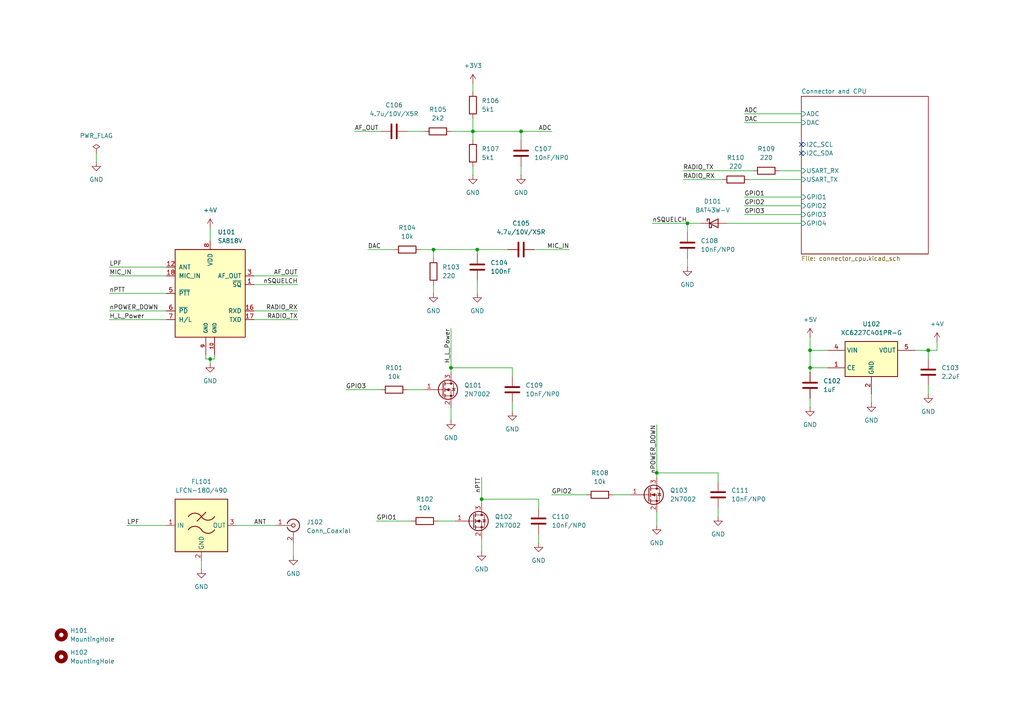
<source format=kicad_sch>
(kicad_sch (version 20250114) (generator "eeschema") (generator_version "9.0")
  (paper "A4")
  (title_block (title "FM Module") (rev "<<HASH>>") (company "Amateurfunkclub für Remote Stationen"))
  (lib_symbols
    (symbol "Connector:Conn_Coaxial" (pin_names (offset 1.016) (hide yes))
      (property "Reference" "J" (at 0.254 3.048 0))
      (property "Value" "Conn_Coaxial" (at 2.921 0 90))
      (symbol "Conn_Coaxial_0_1"
        (polyline (pts (xy -2.54 0) (xy -0.508 0)))
        (arc (start 1.778 0) (mid 0.222 -1.8079) (end -1.778 -0.508) (stroke (width 0.254)))
        (arc (start -1.778 0.508) (mid 0.2221 1.8084) (end 1.778 0) (stroke (width 0.254)))
        (circle (center 0 0) (radius 0.508) (stroke (width 0.2032)))
        (polyline (pts (xy 0 -2.54) (xy 0 -1.778)))
      )
      (symbol "Conn_Coaxial_1_1"
        (pin passive line (at -5.08 0 0) (length 2.54) (name "In") (number "1"))
        (pin passive line (at 0 -5.08 90) (length 2.54) (name "Ext") (number "2"))
      )
    )
    (symbol "DRA818:SA818V" (pin_names (offset 1.016))
      (property "Reference" "U" (at -10.1661 11.9459 0))
      (property "Value" "SA818V" (at -10.414 -14.478 0))
      (symbol "SA818V_0_0"
        (rectangle (start -10.16 12.7) (end 10.16 -12.7) (stroke (width 0.254)) (fill (type background)))
      )
      (symbol "SA818V_1_0"
        (pin passive line (at -12.7 7.62 0) (length 2.54) (name "ANT") (number "12"))
        (pin input line (at -12.7 5.08 0) (length 2.54) (name "MIC_IN") (number "18"))
        (pin input line (at -12.7 0 0) (length 2.54) (name "~{PTT}") (number "5"))
        (pin input line (at -12.7 -5.08 0) (length 2.54) (name "~{PD}") (number "6"))
        (pin input line (at -12.7 -7.62 0) (length 2.54) (name "H/L") (number "7"))
        (pin power_in line (at -1.27 -17.78 90) (length 5.08) (name "GND") (number "9"))
        (pin power_in line (at 0 15.24 270) (length 2.54) (name "VDD") (number "8"))
        (pin power_in line (at 1.27 -17.78 90) (length 5.08) (name "GND") (number "10"))
        (pin output line (at 12.7 5.08 180) (length 2.54) (name "AF_OUT") (number "3"))
        (pin output line (at 12.7 2.54 180) (length 2.54) (name "~{SQ}") (number "1"))
        (pin input line (at 12.7 -5.08 180) (length 2.54) (name "RXD") (number "16"))
        (pin output line (at 12.7 -7.62 180) (length 2.54) (name "TXD") (number "17"))
      )
    )
    (symbol "Device:C" (pin_numbers (hide yes)) (pin_names (offset 0.254))
      (property "Reference" "C" (at 0.635 2.54 0))
      (property "Value" "C" (at 0.635 -2.54 0))
      (symbol "C_0_1"
        (polyline (pts (xy -2.032 0.762) (xy 2.032 0.762)) (stroke (width 0.508)))
        (polyline (pts (xy -2.032 -0.762) (xy 2.032 -0.762)) (stroke (width 0.508)))
      )
      (symbol "C_1_1"
        (pin passive line (at 0 3.81 270) (length 2.794) (name "~") (number "1"))
        (pin passive line (at 0 -3.81 90) (length 2.794) (name "~") (number "2"))
      )
    )
    (symbol "Device:R" (pin_numbers (hide yes)) (pin_names (offset 0))
      (property "Reference" "R" (at 2.032 0 90))
      (property "Value" "R" (at 0 0 90))
      (symbol "R_0_1"
        (rectangle (start -1.016 -2.54) (end 1.016 2.54) (stroke (width 0.254)))
      )
      (symbol "R_1_1"
        (pin passive line (at 0 3.81 270) (length 1.27) (name "~") (number "1"))
        (pin passive line (at 0 -3.81 90) (length 1.27) (name "~") (number "2"))
      )
    )
    (symbol "Diode:BAT43W-V" (pin_numbers (hide yes)) (pin_names (offset 1.016) (hide yes))
      (property "Reference" "D" (at 0 2.54 0))
      (property "Value" "BAT43W-V" (at 0 -2.54 0))
      (symbol "BAT43W-V_0_1"
        (polyline (pts (xy -1.905 0.635) (xy -1.905 1.27) (xy -1.27 1.27) (xy -1.27 -1.27) (xy -0.635 -1.27) (xy -0.635 -0.635)) (stroke (width 0.254)))
        (polyline (pts (xy 1.27 1.27) (xy 1.27 -1.27) (xy -1.27 0) (xy 1.27 1.27)) (stroke (width 0.254)))
        (polyline (pts (xy 1.27 0) (xy -1.27 0)))
      )
      (symbol "BAT43W-V_1_1"
        (pin passive line (at -3.81 0 0) (length 2.54) (name "K") (number "1"))
        (pin passive line (at 3.81 0 180) (length 2.54) (name "A") (number "2"))
      )
    )
    (symbol "Mechanical:MountingHole" (pin_names (offset 1.016)) (exclude_from_sim yes) (in_bom no)
      (property "Reference" "H" (at 0 5.08 0))
      (property "Value" "MountingHole" (at 0 3.175 0))
      (symbol "MountingHole_0_1"
        (circle (center 0 0) (radius 1.27) (stroke (width 1.27)))
      )
    )
    (symbol "RF_Filter:LFCN-160"
      (property "Reference" "FL" (at 0 10.795 0))
      (property "Value" "LFCN-160" (at 0 8.89 0))
      (symbol "LFCN-160_0_1"
        (rectangle (start -7.62 7.62) (end 7.62 -7.62) (stroke (width 0.254)) (fill (type background)))
        (arc (start -3.81 2.54) (mid -1.905 3.5595) (end 0 2.54) (stroke (width 0.254)))
        (arc (start -3.81 -1.27) (mid -1.905 -0.2505) (end 0 -1.27) (stroke (width 0.254)))
        (polyline (pts (xy -1.27 1.27) (xy 1.27 3.81)) (stroke (width 0.254)))
        (arc (start 3.81 2.54) (mid 1.905 1.5205) (end 0 2.54) (stroke (width 0.254)))
        (arc (start 3.81 -1.27) (mid 1.905 -2.2895) (end 0 -1.27) (stroke (width 0.254)))
      )
      (symbol "LFCN-160_1_1"
        (pin passive line (at -10.16 0 0) (length 2.54) (name "IN") (number "1"))
        (pin passive line (at 0 -10.16 90) (length 2.54) (name "GND") (number "2"))
        (pin passive line (at 0 -10.16 90) (length 2.54) (hide yes) (name "GND") (number "4"))
        (pin passive line (at 10.16 0 180) (length 2.54) (name "OUT") (number "3"))
      )
    )
    (symbol "Regulator_Linear:XC6220B331MR"
      (property "Reference" "U102" (at 0 10.16 0))
      (property "Value" "XC6227C401PR-G" (at 0 7.62 0))
      (symbol "XC6220B331MR_0_1"
        (rectangle (start -7.62 5.08) (end 7.62 -5.08) (stroke (width 0.254)) (fill (type background)))
      )
      (symbol "XC6220B331MR_1_1"
        (pin power_in line (at -12.7 2.54 0) (length 5.08) (name "VIN") (number "4"))
        (pin input line (at -12.7 -2.54 0) (length 5.08) (name "CE") (number "1"))
        (pin power_in line (at 0 -10.16 90) (length 5.08) (name "GND") (number "2"))
        (pin no_connect line (at 7.62 -2.54 180) (length 5.08) (hide yes) (name "NC") (number "3"))
        (pin power_out line (at 12.7 2.54 180) (length 5.08) (name "VOUT") (number "5"))
      )
    )
    (symbol "Transistor_FET:2N7002" (pin_names (hide yes))
      (property "Reference" "Q" (at 5.08 1.905 0))
      (property "Value" "2N7002" (at 5.08 0 0))
      (symbol "2N7002_0_1"
        (polyline (pts (xy 0.254 1.905) (xy 0.254 -1.905)) (stroke (width 0.254)))
        (polyline (pts (xy 0.254 0) (xy -2.54 0)))
        (polyline (pts (xy 0.762 2.286) (xy 0.762 1.27)) (stroke (width 0.254)))
        (polyline (pts (xy 0.762 0.508) (xy 0.762 -0.508)) (stroke (width 0.254)))
        (polyline (pts (xy 0.762 -1.27) (xy 0.762 -2.286)) (stroke (width 0.254)))
        (polyline (pts (xy 0.762 -1.778) (xy 3.302 -1.778) (xy 3.302 1.778) (xy 0.762 1.778)))
        (polyline (pts (xy 1.016 0) (xy 2.032 0.381) (xy 2.032 -0.381) (xy 1.016 0)) (fill (type outline)))
        (circle (center 1.651 0) (radius 2.794) (stroke (width 0.254)))
        (polyline (pts (xy 2.54 2.54) (xy 2.54 1.778)))
        (circle (center 2.54 1.778) (radius 0.254) (fill (type outline)))
        (circle (center 2.54 -1.778) (radius 0.254) (fill (type outline)))
        (polyline (pts (xy 2.54 -2.54) (xy 2.54 0) (xy 0.762 0)))
        (polyline (pts (xy 2.794 0.508) (xy 2.921 0.381) (xy 3.683 0.381) (xy 3.81 0.254)))
        (polyline (pts (xy 3.302 0.381) (xy 2.921 -0.254) (xy 3.683 -0.254) (xy 3.302 0.381)))
      )
      (symbol "2N7002_1_1"
        (pin input line (at -5.08 0 0) (length 2.54) (name "G") (number "1"))
        (pin passive line (at 2.54 5.08 270) (length 2.54) (name "D") (number "3"))
        (pin passive line (at 2.54 -5.08 90) (length 2.54) (name "S") (number "2"))
      )
    )
    (symbol "power:+3V3" (power) (pin_numbers (hide yes)) (pin_names (offset 0) (hide yes))
      (property "Value" "+3V3" (at 0 3.556 0))
      (symbol "+3V3_0_1"
        (polyline (pts (xy -0.762 1.27) (xy 0 2.54)))
        (polyline (pts (xy 0 2.54) (xy 0.762 1.27)))
        (polyline (pts (xy 0 0) (xy 0 2.54)))
      )
      (symbol "+3V3_1_1"
        (pin power_in line (at 0 0 90) (length 0) (name "~") (number "1"))
      )
    )
    (symbol "power:+4V" (power) (pin_numbers (hide yes)) (pin_names (offset 0) (hide yes))
      (property "Value" "+4V" (at 0 3.556 0))
      (symbol "+4V_0_1"
        (polyline (pts (xy -0.762 1.27) (xy 0 2.54)))
        (polyline (pts (xy 0 2.54) (xy 0.762 1.27)))
        (polyline (pts (xy 0 0) (xy 0 2.54)))
      )
      (symbol "+4V_1_1"
        (pin power_in line (at 0 0 90) (length 0) (name "~") (number "1"))
      )
    )
    (symbol "power:+5V" (power) (pin_numbers (hide yes)) (pin_names (offset 0) (hide yes))
      (property "Value" "+5V" (at 0 3.556 0))
      (symbol "+5V_0_1"
        (polyline (pts (xy -0.762 1.27) (xy 0 2.54)))
        (polyline (pts (xy 0 2.54) (xy 0.762 1.27)))
        (polyline (pts (xy 0 0) (xy 0 2.54)))
      )
      (symbol "+5V_1_1"
        (pin power_in line (at 0 0 90) (length 0) (name "~") (number "1"))
      )
    )
    (symbol "power:GND" (power) (pin_numbers (hide yes)) (pin_names (offset 0) (hide yes))
      (property "Value" "GND" (at 0 -3.81 0))
      (symbol "GND_0_1"
        (polyline (pts (xy 0 0) (xy 0 -1.27) (xy 1.27 -1.27) (xy 0 -2.54) (xy -1.27 -1.27) (xy 0 -1.27)))
      )
      (symbol "GND_1_1"
        (pin power_in line (at 0 0 270) (length 0) (name "~") (number "1"))
      )
    )
    (symbol "power:PWR_FLAG" (power) (pin_numbers (hide yes)) (pin_names (offset 0) (hide yes))
      (property "Value" "PWR_FLAG" (at 0 3.81 0))
      (symbol "PWR_FLAG_0_0"
        (pin power_out line (at 0 0 90) (length 0) (name "~") (number "1"))
      )
      (symbol "PWR_FLAG_0_1"
        (polyline (pts (xy 0 0) (xy 0 1.27) (xy -1.016 1.905) (xy 0 2.54) (xy 1.016 1.905) (xy 0 1.27)))
      )
    )
  )
  (junction (at 137.16 38.1))
  (junction (at 234.95 106.68))
  (junction (at 60.96 104.14))
  (junction (at 125.73 72.39))
  (junction (at 199.39 64.77))
  (junction (at 151.13 38.1))
  (junction (at 139.7 144.78))
  (junction (at 138.43 72.39))
  (junction (at 130.81 106.68))
  (junction (at 269.24 101.6))
  (junction (at 190.5 137.16))
  (junction (at 234.95 101.6))
  (no_connect (at 232.41 41.91))
  (no_connect (at 232.41 44.45))
  (wire (pts (xy 73.66 90.17) (xy 86.36 90.17)))
  (wire (pts (xy 60.96 104.14) (xy 62.23 104.14)))
  (wire (pts (xy 31.75 80.01) (xy 48.26 80.01)))
  (wire (pts (xy 156.21 147.32) (xy 156.21 144.78)))
  (wire (pts (xy 139.7 144.78) (xy 139.7 146.05)))
  (wire (pts (xy 137.16 38.1) (xy 151.13 38.1)))
  (wire (pts (xy 215.9 57.15) (xy 232.41 57.15)))
  (wire (pts (xy 240.03 101.6) (xy 234.95 101.6)))
  (wire (pts (xy 137.16 48.26) (xy 137.16 50.8)))
  (wire (pts (xy 31.75 77.47) (xy 48.26 77.47)))
  (wire (pts (xy 234.95 115.57) (xy 234.95 118.11)))
  (wire (pts (xy 190.5 123.19) (xy 190.5 137.16)))
  (wire (pts (xy 151.13 40.64) (xy 151.13 38.1)))
  (wire (pts (xy 138.43 72.39) (xy 138.43 73.66)))
  (wire (pts (xy 269.24 101.6) (xy 269.24 104.14)))
  (wire (pts (xy 137.16 24.13) (xy 137.16 26.67)))
  (wire (pts (xy 208.28 139.7) (xy 208.28 137.16)))
  (wire (pts (xy 137.16 38.1) (xy 137.16 40.64)))
  (wire (pts (xy 190.5 137.16) (xy 208.28 137.16)))
  (wire (pts (xy 60.96 66.04) (xy 60.96 69.85)))
  (wire (pts (xy 154.94 72.39) (xy 165.1 72.39)))
  (wire (pts (xy 199.39 74.93) (xy 199.39 77.47)))
  (wire (pts (xy 269.24 101.6) (xy 271.78 101.6)))
  (wire (pts (xy 198.12 49.53) (xy 218.44 49.53)))
  (wire (pts (xy 215.9 35.56) (xy 232.41 35.56)))
  (wire (pts (xy 73.66 80.01) (xy 86.36 80.01)))
  (wire (pts (xy 215.9 59.69) (xy 232.41 59.69)))
  (wire (pts (xy 125.73 72.39) (xy 125.73 74.93)))
  (wire (pts (xy 234.95 106.68) (xy 234.95 107.95)))
  (wire (pts (xy 199.39 64.77) (xy 199.39 67.31)))
  (wire (pts (xy 189.23 64.77) (xy 199.39 64.77)))
  (wire (pts (xy 100.33 113.03) (xy 110.49 113.03)))
  (wire (pts (xy 215.9 62.23) (xy 232.41 62.23)))
  (wire (pts (xy 68.58 152.4) (xy 80.01 152.4)))
  (wire (pts (xy 240.03 106.68) (xy 234.95 106.68)))
  (wire (pts (xy 130.81 95.25) (xy 130.81 106.68)))
  (wire (pts (xy 190.5 148.59) (xy 190.5 152.4)))
  (wire (pts (xy 60.96 104.14) (xy 60.96 105.41)))
  (wire (pts (xy 217.17 52.07) (xy 232.41 52.07)))
  (wire (pts (xy 85.09 157.48) (xy 85.09 161.29)))
  (wire (pts (xy 234.95 101.6) (xy 234.95 97.79)))
  (wire (pts (xy 118.11 38.1) (xy 123.19 38.1)))
  (wire (pts (xy 210.82 64.77) (xy 232.41 64.77)))
  (wire (pts (xy 130.81 106.68) (xy 148.59 106.68)))
  (wire (pts (xy 59.69 104.14) (xy 60.96 104.14)))
  (wire (pts (xy 151.13 38.1) (xy 160.02 38.1)))
  (wire (pts (xy 125.73 82.55) (xy 125.73 85.09)))
  (wire (pts (xy 252.73 114.3) (xy 252.73 116.84)))
  (wire (pts (xy 156.21 154.94) (xy 156.21 157.48)))
  (wire (pts (xy 109.22 151.13) (xy 119.38 151.13)))
  (wire (pts (xy 27.94 44.45) (xy 27.94 46.99)))
  (wire (pts (xy 139.7 138.43) (xy 139.7 144.78)))
  (wire (pts (xy 160.02 143.51) (xy 170.18 143.51)))
  (wire (pts (xy 127 151.13) (xy 132.08 151.13)))
  (wire (pts (xy 118.11 113.03) (xy 123.19 113.03)))
  (wire (pts (xy 130.81 106.68) (xy 130.81 107.95)))
  (wire (pts (xy 130.81 118.11) (xy 130.81 121.92)))
  (wire (pts (xy 31.75 90.17) (xy 48.26 90.17)))
  (wire (pts (xy 125.73 72.39) (xy 138.43 72.39)))
  (wire (pts (xy 121.92 72.39) (xy 125.73 72.39)))
  (wire (pts (xy 208.28 147.32) (xy 208.28 149.86)))
  (wire (pts (xy 199.39 64.77) (xy 203.2 64.77)))
  (wire (pts (xy 177.8 143.51) (xy 182.88 143.51)))
  (wire (pts (xy 271.78 101.6) (xy 271.78 99.06)))
  (wire (pts (xy 62.23 102.87) (xy 62.23 104.14)))
  (wire (pts (xy 139.7 156.21) (xy 139.7 160.02)))
  (wire (pts (xy 190.5 137.16) (xy 190.5 138.43)))
  (wire (pts (xy 198.12 52.07) (xy 209.55 52.07)))
  (wire (pts (xy 59.69 102.87) (xy 59.69 104.14)))
  (wire (pts (xy 130.81 38.1) (xy 137.16 38.1)))
  (wire (pts (xy 226.06 49.53) (xy 232.41 49.53)))
  (wire (pts (xy 138.43 72.39) (xy 147.32 72.39)))
  (wire (pts (xy 215.9 33.02) (xy 232.41 33.02)))
  (wire (pts (xy 58.42 162.56) (xy 58.42 165.1)))
  (wire (pts (xy 269.24 111.76) (xy 269.24 114.3)))
  (wire (pts (xy 151.13 48.26) (xy 151.13 50.8)))
  (wire (pts (xy 106.68 72.39) (xy 114.3 72.39)))
  (wire (pts (xy 234.95 106.68) (xy 234.95 101.6)))
  (wire (pts (xy 138.43 81.28) (xy 138.43 85.09)))
  (wire (pts (xy 31.75 92.71) (xy 48.26 92.71)))
  (wire (pts (xy 73.66 92.71) (xy 86.36 92.71)))
  (wire (pts (xy 31.75 85.09) (xy 48.26 85.09)))
  (wire (pts (xy 36.83 152.4) (xy 48.26 152.4)))
  (wire (pts (xy 139.7 144.78) (xy 156.21 144.78)))
  (wire (pts (xy 137.16 38.1) (xy 137.16 34.29)))
  (wire (pts (xy 265.43 101.6) (xy 269.24 101.6)))
  (wire (pts (xy 148.59 116.84) (xy 148.59 119.38)))
  (wire (pts (xy 102.87 38.1) (xy 110.49 38.1)))
  (wire (pts (xy 148.59 109.22) (xy 148.59 106.68)))
  (wire (pts (xy 73.66 82.55) (xy 86.36 82.55)))
  (label "nPOWER_DOWN" (at 31.75 90.17 0))
  (label "RADIO_TX" (at 86.36 92.71 180))
  (label "RADIO_TX" (at 198.12 49.53 0))
  (label "RADIO_RX" (at 86.36 90.17 180))
  (label "H_L_Power" (at 130.81 95.25 270))
  (label "AF_OUT" (at 102.87 38.1 0))
  (label "GPIO1" (at 109.22 151.13 0))
  (label "GPIO2" (at 215.9 59.69 0))
  (label "MIC_IN" (at 165.1 72.39 180))
  (label "DAC" (at 215.9 35.56 0))
  (label "nPTT" (at 31.75 85.09 0))
  (label "nPOWER_DOWN" (at 190.5 123.19 270))
  (label "GPIO3" (at 215.9 62.23 0))
  (label "nSQUELCH" (at 86.36 82.55 180))
  (label "nSQUELCH" (at 189.23 64.77 0))
  (label "RADIO_RX" (at 198.12 52.07 0))
  (label "H_L_Power" (at 31.75 92.71 0))
  (label "GPIO3" (at 100.33 113.03 0))
  (label "AF_OUT" (at 86.36 80.01 180))
  (label "DAC" (at 106.68 72.39 0))
  (label "LPF" (at 36.83 152.4 0))
  (label "ANT" (at 73.66 152.4 0))
  (label "ADC" (at 160.02 38.1 180))
  (label "MIC_IN" (at 31.75 80.01 0))
  (label "ADC" (at 215.9 33.02 0))
  (label "LPF" (at 31.75 77.47 0))
  (label "nPTT" (at 139.7 138.43 270))
  (label "GPIO2" (at 160.02 143.51 0))
  (label "GPIO1" (at 215.9 57.15 0))
  (symbol (lib_id "power:GND") (at 27.94 46.99 0) (unit 1)
    (property "Reference" "#PWR0107" (effects (hide yes)))
    (property "Value" "GND" (at 27.94 52.07 0))
    (property "Description" "Power symbol creates a global label with name \"GND\" , ground" (effects (hide yes)))
  )
  (symbol (lib_id "power:GND") (at 148.59 119.38 0) (unit 1)
    (property "Reference" "#PWR0132" (effects (hide yes)))
    (property "Value" "GND" (at 148.59 124.46 0))
    (property "Description" "Power symbol creates a global label with name \"GND\" , ground" (effects (hide yes)))
  )
  (symbol (lib_id "power:+4V") (at 60.96 66.04 0) (unit 1)
    (property "Reference" "#PWR0113" (effects (hide yes)))
    (property "Value" "+4V" (at 60.96 60.96 0))
    (property "Description" "Power symbol creates a global label with name \"+4V\"" (effects (hide yes)))
  )
  (symbol (lib_id "Device:R") (at 123.19 151.13 90) (unit 1)
    (property "Reference" "R102" (at 123.19 144.78 90))
    (property "Value" "10k" (at 123.19 147.32 90))
    (property "Footprint" "Resistor_SMD:R_0805_2012Metric" (effects (hide yes)))
    (property "Description" "Resistor" (effects (hide yes)))
  )
  (symbol (lib_id "power:GND") (at 199.39 77.47 0) (unit 1)
    (property "Reference" "#PWR0129" (effects (hide yes)))
    (property "Value" "GND" (at 199.39 82.55 0))
    (property "Description" "Power symbol creates a global label with name \"GND\" , ground" (effects (hide yes)))
  )
  (symbol (lib_id "Device:R") (at 114.3 113.03 90) (unit 1)
    (property "Reference" "R101" (at 114.3 106.68 90))
    (property "Value" "10k" (at 114.3 109.22 90))
    (property "Footprint" "Resistor_SMD:R_0805_2012Metric" (effects (hide yes)))
    (property "Description" "Resistor" (effects (hide yes)))
  )
  (symbol (lib_id "power:GND") (at 137.16 50.8 0) (unit 1)
    (property "Reference" "#PWR0123" (effects (hide yes)))
    (property "Value" "GND" (at 137.16 55.88 0))
    (property "Description" "Power symbol creates a global label with name \"GND\" , ground" (effects (hide yes)))
  )
  (symbol (lib_id "Device:R") (at 213.36 52.07 90) (unit 1)
    (property "Reference" "R110" (at 213.36 45.72 90))
    (property "Value" "220" (at 213.36 48.26 90))
    (property "Footprint" "Resistor_SMD:R_0805_2012Metric" (effects (hide yes)))
    (property "Description" "Resistor" (effects (hide yes)))
  )
  (symbol (lib_id "power:+4V") (at 271.78 99.06 0) (unit 1)
    (property "Reference" "#PWR0115" (effects (hide yes)))
    (property "Value" "+4V" (at 271.78 93.98 0))
    (property "Description" "Power symbol creates a global label with name \"+4V\"" (effects (hide yes)))
  )
  (symbol (lib_id "Mechanical:MountingHole") (at 17.78 184.15 0) (unit 1) (exclude_from_sim yes) (in_bom no)
    (property "Reference" "H101" (at 20.32 182.8799 0) (effects (justify left)))
    (property "Value" "MountingHole" (at 20.32 185.4199 0) (effects (justify left)))
    (property "Footprint" "MountingHole:MountingHole_3.2mm_M3" (effects (hide yes)))
    (property "Description" "Mounting Hole without connection" (effects (hide yes)))
  )
  (symbol (lib_id "power:GND") (at 60.96 105.41 0) (unit 1)
    (property "Reference" "#PWR0112" (effects (hide yes)))
    (property "Value" "GND" (at 60.96 110.49 0))
    (property "Description" "Power symbol creates a global label with name \"GND\" , ground" (effects (hide yes)))
  )
  (symbol (lib_id "Device:R") (at 137.16 30.48 180) (unit 1)
    (property "Reference" "R106" (at 139.7 29.2099 0) (effects (justify right)))
    (property "Value" "5k1" (at 139.7 31.7499 0) (effects (justify right)))
    (property "Footprint" "Resistor_SMD:R_0805_2012Metric" (effects (hide yes)))
    (property "Description" "Resistor" (effects (hide yes)))
  )
  (symbol (lib_id "Regulator_Linear:XC6220B331MR") (at 252.73 104.14 0) (unit 1)
    (property "Reference" "U102" (at 252.73 93.98 0))
    (property "Value" "XC6227C401PR-G" (at 252.73 96.52 0))
    (property "Footprint" "Package_TO_SOT_SMD:SOT-89-5" (effects (hide yes)))
  )
  (symbol (lib_id "RF_Filter:LFCN-160") (at 58.42 152.4 0) (unit 1)
    (property "Reference" "FL101" (at 58.42 139.7 0))
    (property "Value" "LFCN-180/490" (at 58.42 142.24 0))
    (property "Footprint" "Filter:Filter_Mini-Circuits_FV1206" (effects (hide yes)))
    (property "Datasheet" "https://www.minicircuits.com/pdfs/LFCN-180+.pdf" (effects (hide yes)))
    (property "Description" "180MHz/490MHz 50 Ohm Passive Low Pass Filter, FV1206" (effects (hide yes)))
  )
  (symbol (lib_id "power:GND") (at 151.13 50.8 0) (unit 1)
    (property "Reference" "#PWR0125" (effects (hide yes)))
    (property "Value" "GND" (at 151.13 55.88 0))
    (property "Description" "Power symbol creates a global label with name \"GND\" , ground" (effects (hide yes)))
  )
  (symbol (lib_id "power:GND") (at 130.81 121.92 0) (unit 1)
    (property "Reference" "#PWR0126" (effects (hide yes)))
    (property "Value" "GND" (at 130.81 127 0))
    (property "Description" "Power symbol creates a global label with name \"GND\" , ground" (effects (hide yes)))
  )
  (symbol (lib_id "power:+5V") (at 234.95 97.79 0) (unit 1)
    (property "Reference" "#PWR0117" (effects (hide yes)))
    (property "Value" "+5V" (at 234.95 92.71 0))
    (property "Description" "Power symbol creates a global label with name \"+5V\"" (effects (hide yes)))
  )
  (symbol (lib_id "power:GND") (at 234.95 118.11 0) (unit 1)
    (property "Reference" "#PWR0119" (effects (hide yes)))
    (property "Value" "GND" (at 234.95 123.19 0))
    (property "Description" "Power symbol creates a global label with name \"GND\" , ground" (effects (hide yes)))
  )
  (symbol (lib_id "Device:R") (at 127 38.1 90) (unit 1)
    (property "Reference" "R105" (at 127 31.75 90))
    (property "Value" "2k2" (at 127 34.29 90))
    (property "Footprint" "Resistor_SMD:R_0805_2012Metric" (effects (hide yes)))
    (property "Description" "Resistor" (effects (hide yes)))
  )
  (symbol (lib_id "Device:C") (at 138.43 77.47 180) (unit 1)
    (property "Reference" "C104" (at 142.24 76.1999 0) (effects (justify right)))
    (property "Value" "100nF" (at 142.24 78.7399 0) (effects (justify right)))
    (property "Footprint" "Capacitor_SMD:C_0805_2012Metric" (effects (hide yes)))
    (property "Description" "Unpolarized capacitor" (effects (hide yes)))
  )
  (symbol (lib_id "Device:R") (at 173.99 143.51 90) (unit 1)
    (property "Reference" "R108" (at 173.99 137.16 90))
    (property "Value" "10k" (at 173.99 139.7 90))
    (property "Footprint" "Resistor_SMD:R_0805_2012Metric" (effects (hide yes)))
    (property "Description" "Resistor" (effects (hide yes)))
  )
  (symbol (lib_id "Device:C") (at 151.13 44.45 180) (unit 1)
    (property "Reference" "C107" (at 154.94 43.1799 0) (effects (justify right)))
    (property "Value" "10nF/NP0" (at 154.94 45.7199 0) (effects (justify right)))
    (property "Footprint" "Capacitor_SMD:C_0805_2012Metric" (effects (hide yes)))
    (property "Description" "Unpolarized capacitor" (effects (hide yes)))
  )
  (symbol (lib_id "Transistor_FET:2N7002") (at 137.16 151.13 0) (unit 1)
    (property "Reference" "Q102" (at 143.51 149.8599 0) (effects (justify left)))
    (property "Value" "2N7002" (at 143.51 152.3999 0) (effects (justify left)))
    (property "Footprint" "Package_TO_SOT_SMD:SOT-23" (effects (hide yes)))
    (property "Datasheet" "https://www.onsemi.com/pub/Collateral/NDS7002A-D.PDF" (effects (hide yes)))
    (property "Description" "0.115A Id, 60V Vds, N-Channel MOSFET, SOT-23" (effects (hide yes)))
  )
  (symbol (lib_id "Device:C") (at 199.39 71.12 180) (unit 1)
    (property "Reference" "C108" (at 203.2 69.8499 0) (effects (justify right)))
    (property "Value" "10nF/NP0" (at 203.2 72.3899 0) (effects (justify right)))
    (property "Footprint" "Capacitor_SMD:C_0805_2012Metric" (effects (hide yes)))
    (property "Description" "Unpolarized capacitor" (effects (hide yes)))
  )
  (symbol (lib_id "power:+3V3") (at 137.16 24.13 0) (unit 1)
    (property "Reference" "#PWR0124" (effects (hide yes)))
    (property "Value" "+3V3" (at 137.16 19.05 0))
    (property "Description" "Power symbol creates a global label with name \"+3V3\"" (effects (hide yes)))
  )
  (symbol (lib_id "Device:C") (at 148.59 113.03 180) (unit 1)
    (property "Reference" "C109" (at 152.4 111.7599 0) (effects (justify right)))
    (property "Value" "10nF/NP0" (at 152.4 114.2999 0) (effects (justify right)))
    (property "Footprint" "Capacitor_SMD:C_0805_2012Metric" (effects (hide yes)))
    (property "Description" "Unpolarized capacitor" (effects (hide yes)))
  )
  (symbol (lib_id "power:GND") (at 252.73 116.84 0) (unit 1)
    (property "Reference" "#PWR0116" (effects (hide yes)))
    (property "Value" "GND" (at 252.73 121.92 0))
    (property "Description" "Power symbol creates a global label with name \"GND\" , ground" (effects (hide yes)))
  )
  (symbol (lib_id "Device:C") (at 234.95 111.76 0) (unit 1)
    (property "Reference" "C102" (at 238.76 110.4899 0) (effects (justify left)))
    (property "Value" "1uF" (at 238.76 113.0299 0) (effects (justify left)))
    (property "Footprint" "Capacitor_SMD:C_0805_2012Metric" (effects (hide yes)))
    (property "Description" "Unpolarized capacitor" (effects (hide yes)))
  )
  (symbol (lib_id "Transistor_FET:2N7002") (at 128.27 113.03 0) (unit 1)
    (property "Reference" "Q101" (at 134.62 111.7599 0) (effects (justify left)))
    (property "Value" "2N7002" (at 134.62 114.2999 0) (effects (justify left)))
    (property "Footprint" "Package_TO_SOT_SMD:SOT-23" (effects (hide yes)))
    (property "Datasheet" "https://www.onsemi.com/pub/Collateral/NDS7002A-D.PDF" (effects (hide yes)))
    (property "Description" "0.115A Id, 60V Vds, N-Channel MOSFET, SOT-23" (effects (hide yes)))
  )
  (symbol (lib_id "Device:C") (at 156.21 151.13 180) (unit 1)
    (property "Reference" "C110" (at 160.02 149.8599 0) (effects (justify right)))
    (property "Value" "10nF/NP0" (at 160.02 152.3999 0) (effects (justify right)))
    (property "Footprint" "Capacitor_SMD:C_0805_2012Metric" (effects (hide yes)))
    (property "Description" "Unpolarized capacitor" (effects (hide yes)))
  )
  (symbol (lib_id "power:GND") (at 138.43 85.09 0) (unit 1)
    (property "Reference" "#PWR0122" (effects (hide yes)))
    (property "Value" "GND" (at 138.43 90.17 0))
    (property "Description" "Power symbol creates a global label with name \"GND\" , ground" (effects (hide yes)))
  )
  (symbol (lib_id "Device:R") (at 118.11 72.39 90) (unit 1)
    (property "Reference" "R104" (at 118.11 66.04 90))
    (property "Value" "10k" (at 118.11 68.58 90))
    (property "Footprint" "Resistor_SMD:R_0805_2012Metric" (effects (hide yes)))
    (property "Description" "Resistor" (effects (hide yes)))
  )
  (symbol (lib_id "DRA818:SA818V") (at 60.96 85.09 0) (unit 1)
    (property "Reference" "U101" (at 63.1033 67.31 0) (effects (justify left)))
    (property "Value" "SA818V" (at 63.1033 69.85 0) (effects (justify left)))
    (property "Footprint" "PRJ:DRA818" (effects (hide yes)))
    (property "SnapEDA_Link" "https://www.snapeda.com/parts/DRA818V/DORJI/view-part/?ref=snap" (effects (hide yes)))
  )
  (symbol (lib_id "Device:C") (at 151.13 72.39 270) (unit 1)
    (property "Reference" "C105" (at 151.13 64.77 90))
    (property "Value" "4.7u/10V/X5R" (at 151.13 67.31 90))
    (property "Footprint" "Capacitor_SMD:C_0805_2012Metric" (effects (hide yes)))
    (property "Description" "Unpolarized capacitor" (effects (hide yes)))
  )
  (symbol (lib_id "power:GND") (at 85.09 161.29 0) (unit 1)
    (property "Reference" "#PWR0114" (effects (hide yes)))
    (property "Value" "GND" (at 85.09 166.37 0))
    (property "Description" "Power symbol creates a global label with name \"GND\" , ground" (effects (hide yes)))
  )
  (symbol (lib_id "Device:R") (at 125.73 78.74 0) (unit 1)
    (property "Reference" "R103" (at 128.27 77.4699 0) (effects (justify left)))
    (property "Value" "220" (at 128.27 80.0099 0) (effects (justify left)))
    (property "Footprint" "Resistor_SMD:R_0805_2012Metric" (effects (hide yes)))
    (property "Description" "Resistor" (effects (hide yes)))
  )
  (symbol (lib_id "Device:R") (at 222.25 49.53 90) (unit 1)
    (property "Reference" "R109" (at 222.25 43.18 90))
    (property "Value" "220" (at 222.25 45.72 90))
    (property "Footprint" "Resistor_SMD:R_0805_2012Metric" (effects (hide yes)))
    (property "Description" "Resistor" (effects (hide yes)))
  )
  (symbol (lib_id "Device:C") (at 269.24 107.95 0) (unit 1)
    (property "Reference" "C103" (at 273.05 106.6799 0) (effects (justify left)))
    (property "Value" "2.2uF" (at 273.05 109.2199 0) (effects (justify left)))
    (property "Footprint" "Capacitor_SMD:C_0805_2012Metric" (effects (hide yes)))
    (property "Description" "Unpolarized capacitor" (effects (hide yes)))
  )
  (symbol (lib_id "power:GND") (at 58.42 165.1 0) (unit 1)
    (property "Reference" "#PWR0120" (effects (hide yes)))
    (property "Value" "GND" (at 58.42 170.18 0))
    (property "Description" "Power symbol creates a global label with name \"GND\" , ground" (effects (hide yes)))
  )
  (symbol (lib_id "Device:C") (at 208.28 143.51 180) (unit 1)
    (property "Reference" "C111" (at 212.09 142.2399 0) (effects (justify right)))
    (property "Value" "10nF/NP0" (at 212.09 144.7799 0) (effects (justify right)))
    (property "Footprint" "Capacitor_SMD:C_0805_2012Metric" (effects (hide yes)))
    (property "Description" "Unpolarized capacitor" (effects (hide yes)))
  )
  (symbol (lib_id "power:GND") (at 269.24 114.3 0) (unit 1)
    (property "Reference" "#PWR0118" (effects (hide yes)))
    (property "Value" "GND" (at 269.24 119.38 0))
    (property "Description" "Power symbol creates a global label with name \"GND\" , ground" (effects (hide yes)))
  )
  (symbol (lib_id "Device:R") (at 137.16 44.45 180) (unit 1)
    (property "Reference" "R107" (at 139.7 43.1799 0) (effects (justify right)))
    (property "Value" "5k1" (at 139.7 45.7199 0) (effects (justify right)))
    (property "Footprint" "Resistor_SMD:R_0805_2012Metric" (effects (hide yes)))
    (property "Description" "Resistor" (effects (hide yes)))
  )
  (symbol (lib_id "Device:C") (at 114.3 38.1 270) (unit 1)
    (property "Reference" "C106" (at 114.3 30.48 90))
    (property "Value" "4.7u/10V/X5R" (at 114.3 33.02 90))
    (property "Footprint" "Capacitor_SMD:C_0805_2012Metric" (effects (hide yes)))
    (property "Description" "Unpolarized capacitor" (effects (hide yes)))
  )
  (symbol (lib_id "Connector:Conn_Coaxial") (at 85.09 152.4 0) (unit 1)
    (property "Reference" "J102" (at 88.9 151.4231 0) (effects (justify left)))
    (property "Value" "Conn_Coaxial" (at 88.9 153.9631 0) (effects (justify left)))
    (property "Footprint" "Connector_Coaxial:SMA_Amphenol_132289_EdgeMount" (effects (hide yes)))
    (property "Description" "coaxial connector (BNC, SMA, SMB, SMC, Cinch/RCA, LEMO, ...)" (effects (hide yes)))
  )
  (symbol (lib_id "power:GND") (at 208.28 149.86 0) (unit 1)
    (property "Reference" "#PWR0130" (effects (hide yes)))
    (property "Value" "GND" (at 208.28 154.94 0))
    (property "Description" "Power symbol creates a global label with name \"GND\" , ground" (effects (hide yes)))
  )
  (symbol (lib_id "power:GND") (at 139.7 160.02 0) (unit 1)
    (property "Reference" "#PWR0127" (effects (hide yes)))
    (property "Value" "GND" (at 139.7 165.1 0))
    (property "Description" "Power symbol creates a global label with name \"GND\" , ground" (effects (hide yes)))
  )
  (symbol (lib_id "Mechanical:MountingHole") (at 17.78 190.5 0) (unit 1) (exclude_from_sim yes) (in_bom no)
    (property "Reference" "H102" (at 20.32 189.2299 0) (effects (justify left)))
    (property "Value" "MountingHole" (at 20.32 191.7699 0) (effects (justify left)))
    (property "Footprint" "MountingHole:MountingHole_3.2mm_M3" (effects (hide yes)))
    (property "Description" "Mounting Hole without connection" (effects (hide yes)))
  )
  (symbol (lib_id "Transistor_FET:2N7002") (at 187.96 143.51 0) (unit 1)
    (property "Reference" "Q103" (at 194.31 142.2399 0) (effects (justify left)))
    (property "Value" "2N7002" (at 194.31 144.7799 0) (effects (justify left)))
    (property "Footprint" "Package_TO_SOT_SMD:SOT-23" (effects (hide yes)))
    (property "Datasheet" "https://www.onsemi.com/pub/Collateral/NDS7002A-D.PDF" (effects (hide yes)))
    (property "Description" "0.115A Id, 60V Vds, N-Channel MOSFET, SOT-23" (effects (hide yes)))
  )
  (symbol (lib_id "Diode:BAT43W-V") (at 207.01 64.77 0) (unit 1)
    (property "Reference" "D101" (at 206.6925 58.42 0))
    (property "Value" "BAT43W-V" (at 206.6925 60.96 0))
    (property "Footprint" "Diode_SMD:D_SOD-123" (effects (hide yes)))
    (property "Datasheet" "http://www.vishay.com/docs/85660/bat42.pdf" (effects (hide yes)))
    (property "Description" "30V 0.2A Small Signal Schottky diode, SOD-123" (effects (hide yes)))
  )
  (symbol (lib_id "power:GND") (at 125.73 85.09 0) (unit 1)
    (property "Reference" "#PWR0121" (effects (hide yes)))
    (property "Value" "GND" (at 125.73 90.17 0))
    (property "Description" "Power symbol creates a global label with name \"GND\" , ground" (effects (hide yes)))
  )
  (symbol (lib_id "power:GND") (at 190.5 152.4 0) (unit 1)
    (property "Reference" "#PWR0128" (effects (hide yes)))
    (property "Value" "GND" (at 190.5 157.48 0))
    (property "Description" "Power symbol creates a global label with name \"GND\" , ground" (effects (hide yes)))
  )
  (symbol (lib_id "power:PWR_FLAG") (at 27.94 44.45 0) (unit 1)
    (property "Reference" "#FLG0103" (effects (hide yes)))
    (property "Value" "PWR_FLAG" (at 27.94 39.37 0))
    (property "Description" "Special symbol for telling ERC where power comes from" (effects (hide yes)))
  )
  (symbol (lib_id "power:GND") (at 156.21 157.48 0) (unit 1)
    (property "Reference" "#PWR0131" (effects (hide yes)))
    (property "Value" "GND" (at 156.21 162.56 0))
    (property "Description" "Power symbol creates a global label with name \"GND\" , ground" (effects (hide yes)))
  )
  (sheet (at 232.41 27.94) (size 36.83 45.72) (stroke (width 0.1524))
    (property "Sheetname" "Connector and CPU" (at 232.41 27.2284 0) (effects (justify left bottom)))
    (property "Sheetfile" "connector_cpu.kicad_sch" (at 232.41 74.2446 0) (effects (justify left top)))
    (pin "ADC" input (at 232.41 33.02 180))
    (pin "DAC" input (at 232.41 35.56 180))
    (pin "I2C_SCL" input (at 232.41 41.91 180))
    (pin "I2C_SDA" input (at 232.41 44.45 180))
    (pin "USART_RX" input (at 232.41 49.53 180))
    (pin "USART_TX" input (at 232.41 52.07 180))
    (pin "GPIO1" input (at 232.41 57.15 180))
    (pin "GPIO2" input (at 232.41 59.69 180))
    (pin "GPIO3" input (at 232.41 62.23 180))
    (pin "GPIO4" input (at 232.41 64.77 180))
  )
)
</source>
